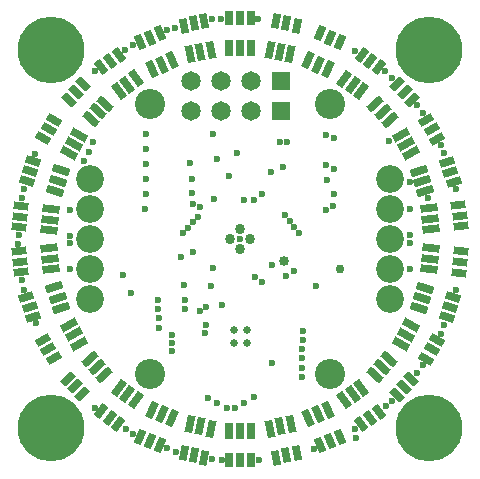
<source format=gbs>
G04*
G04 #@! TF.GenerationSoftware,Altium Limited,Altium Designer,20.0.9 (164)*
G04*
G04 Layer_Color=16711935*
%FSLAX25Y25*%
%MOIN*%
G70*
G01*
G75*
%ADD43R,0.06496X0.06496*%
%ADD44C,0.06496*%
%ADD45C,0.10039*%
%ADD46C,0.09252*%
%ADD47C,0.02362*%
%ADD48C,0.22244*%
%ADD49C,0.02559*%
%ADD50C,0.02953*%
%ADD51C,0.03347*%
G04:AMPARAMS|DCode=95|XSize=49.21mil|YSize=25.59mil|CornerRadius=0mil|HoleSize=0mil|Usage=FLASHONLY|Rotation=198.000|XOffset=0mil|YOffset=0mil|HoleType=Round|Shape=Rectangle|*
%AMROTATEDRECTD95*
4,1,4,0.01945,0.01977,0.02736,-0.00456,-0.01945,-0.01977,-0.02736,0.00456,0.01945,0.01977,0.0*
%
%ADD95ROTATEDRECTD95*%

G04:AMPARAMS|DCode=96|XSize=57.09mil|YSize=25.59mil|CornerRadius=0mil|HoleSize=0mil|Usage=FLASHONLY|Rotation=198.000|XOffset=0mil|YOffset=0mil|HoleType=Round|Shape=Rectangle|*
%AMROTATEDRECTD96*
4,1,4,0.02319,0.02099,0.03110,-0.00335,-0.02319,-0.02099,-0.03110,0.00335,0.02319,0.02099,0.0*
%
%ADD96ROTATEDRECTD96*%

G04:AMPARAMS|DCode=97|XSize=57.09mil|YSize=25.59mil|CornerRadius=0mil|HoleSize=0mil|Usage=FLASHONLY|Rotation=210.000|XOffset=0mil|YOffset=0mil|HoleType=Round|Shape=Rectangle|*
%AMROTATEDRECTD97*
4,1,4,0.01832,0.02535,0.03112,0.00319,-0.01832,-0.02535,-0.03112,-0.00319,0.01832,0.02535,0.0*
%
%ADD97ROTATEDRECTD97*%

G04:AMPARAMS|DCode=98|XSize=49.21mil|YSize=25.59mil|CornerRadius=0mil|HoleSize=0mil|Usage=FLASHONLY|Rotation=210.000|XOffset=0mil|YOffset=0mil|HoleType=Round|Shape=Rectangle|*
%AMROTATEDRECTD98*
4,1,4,0.01491,0.02338,0.02771,0.00122,-0.01491,-0.02338,-0.02771,-0.00122,0.01491,0.02338,0.0*
%
%ADD98ROTATEDRECTD98*%

G04:AMPARAMS|DCode=99|XSize=49.21mil|YSize=25.59mil|CornerRadius=0mil|HoleSize=0mil|Usage=FLASHONLY|Rotation=222.000|XOffset=0mil|YOffset=0mil|HoleType=Round|Shape=Rectangle|*
%AMROTATEDRECTD99*
4,1,4,0.00972,0.02597,0.02685,0.00696,-0.00972,-0.02597,-0.02685,-0.00696,0.00972,0.02597,0.0*
%
%ADD99ROTATEDRECTD99*%

G04:AMPARAMS|DCode=100|XSize=57.09mil|YSize=25.59mil|CornerRadius=0mil|HoleSize=0mil|Usage=FLASHONLY|Rotation=222.000|XOffset=0mil|YOffset=0mil|HoleType=Round|Shape=Rectangle|*
%AMROTATEDRECTD100*
4,1,4,0.01265,0.02861,0.02977,0.00959,-0.01265,-0.02861,-0.02977,-0.00959,0.01265,0.02861,0.0*
%
%ADD100ROTATEDRECTD100*%

G04:AMPARAMS|DCode=101|XSize=57.09mil|YSize=25.59mil|CornerRadius=0mil|HoleSize=0mil|Usage=FLASHONLY|Rotation=234.000|XOffset=0mil|YOffset=0mil|HoleType=Round|Shape=Rectangle|*
%AMROTATEDRECTD101*
4,1,4,0.00643,0.03061,0.02713,0.01557,-0.00643,-0.03061,-0.02713,-0.01557,0.00643,0.03061,0.0*
%
%ADD101ROTATEDRECTD101*%

G04:AMPARAMS|DCode=102|XSize=49.21mil|YSize=25.59mil|CornerRadius=0mil|HoleSize=0mil|Usage=FLASHONLY|Rotation=234.000|XOffset=0mil|YOffset=0mil|HoleType=Round|Shape=Rectangle|*
%AMROTATEDRECTD102*
4,1,4,0.00411,0.02743,0.02482,0.01239,-0.00411,-0.02743,-0.02482,-0.01239,0.00411,0.02743,0.0*
%
%ADD102ROTATEDRECTD102*%

G04:AMPARAMS|DCode=103|XSize=49.21mil|YSize=25.59mil|CornerRadius=0mil|HoleSize=0mil|Usage=FLASHONLY|Rotation=246.000|XOffset=0mil|YOffset=0mil|HoleType=Round|Shape=Rectangle|*
%AMROTATEDRECTD103*
4,1,4,-0.00168,0.02768,0.02170,0.01727,0.00168,-0.02768,-0.02170,-0.01727,-0.00168,0.02768,0.0*
%
%ADD103ROTATEDRECTD103*%

G04:AMPARAMS|DCode=104|XSize=57.09mil|YSize=25.59mil|CornerRadius=0mil|HoleSize=0mil|Usage=FLASHONLY|Rotation=246.000|XOffset=0mil|YOffset=0mil|HoleType=Round|Shape=Rectangle|*
%AMROTATEDRECTD104*
4,1,4,-0.00008,0.03128,0.02330,0.02087,0.00008,-0.03128,-0.02330,-0.02087,-0.00008,0.03128,0.0*
%
%ADD104ROTATEDRECTD104*%

G04:AMPARAMS|DCode=105|XSize=57.09mil|YSize=25.59mil|CornerRadius=0mil|HoleSize=0mil|Usage=FLASHONLY|Rotation=258.000|XOffset=0mil|YOffset=0mil|HoleType=Round|Shape=Rectangle|*
%AMROTATEDRECTD105*
4,1,4,-0.00658,0.03058,0.01845,0.02526,0.00658,-0.03058,-0.01845,-0.02526,-0.00658,0.03058,0.0*
%
%ADD105ROTATEDRECTD105*%

G04:AMPARAMS|DCode=106|XSize=49.21mil|YSize=25.59mil|CornerRadius=0mil|HoleSize=0mil|Usage=FLASHONLY|Rotation=258.000|XOffset=0mil|YOffset=0mil|HoleType=Round|Shape=Rectangle|*
%AMROTATEDRECTD106*
4,1,4,-0.00740,0.02673,0.01763,0.02141,0.00740,-0.02673,-0.01763,-0.02141,-0.00740,0.02673,0.0*
%
%ADD106ROTATEDRECTD106*%

G04:AMPARAMS|DCode=107|XSize=49.21mil|YSize=25.59mil|CornerRadius=0mil|HoleSize=0mil|Usage=FLASHONLY|Rotation=126.000|XOffset=0mil|YOffset=0mil|HoleType=Round|Shape=Rectangle|*
%AMROTATEDRECTD107*
4,1,4,0.02482,-0.01239,0.00411,-0.02743,-0.02482,0.01239,-0.00411,0.02743,0.02482,-0.01239,0.0*
%
%ADD107ROTATEDRECTD107*%

G04:AMPARAMS|DCode=108|XSize=57.09mil|YSize=25.59mil|CornerRadius=0mil|HoleSize=0mil|Usage=FLASHONLY|Rotation=126.000|XOffset=0mil|YOffset=0mil|HoleType=Round|Shape=Rectangle|*
%AMROTATEDRECTD108*
4,1,4,0.02713,-0.01557,0.00643,-0.03061,-0.02713,0.01557,-0.00643,0.03061,0.02713,-0.01557,0.0*
%
%ADD108ROTATEDRECTD108*%

G04:AMPARAMS|DCode=109|XSize=57.09mil|YSize=25.59mil|CornerRadius=0mil|HoleSize=0mil|Usage=FLASHONLY|Rotation=138.000|XOffset=0mil|YOffset=0mil|HoleType=Round|Shape=Rectangle|*
%AMROTATEDRECTD109*
4,1,4,0.02977,-0.00959,0.01265,-0.02861,-0.02977,0.00959,-0.01265,0.02861,0.02977,-0.00959,0.0*
%
%ADD109ROTATEDRECTD109*%

G04:AMPARAMS|DCode=110|XSize=49.21mil|YSize=25.59mil|CornerRadius=0mil|HoleSize=0mil|Usage=FLASHONLY|Rotation=138.000|XOffset=0mil|YOffset=0mil|HoleType=Round|Shape=Rectangle|*
%AMROTATEDRECTD110*
4,1,4,0.02685,-0.00696,0.00972,-0.02597,-0.02685,0.00696,-0.00972,0.02597,0.02685,-0.00696,0.0*
%
%ADD110ROTATEDRECTD110*%

G04:AMPARAMS|DCode=111|XSize=49.21mil|YSize=25.59mil|CornerRadius=0mil|HoleSize=0mil|Usage=FLASHONLY|Rotation=150.000|XOffset=0mil|YOffset=0mil|HoleType=Round|Shape=Rectangle|*
%AMROTATEDRECTD111*
4,1,4,0.02771,-0.00122,0.01491,-0.02338,-0.02771,0.00122,-0.01491,0.02338,0.02771,-0.00122,0.0*
%
%ADD111ROTATEDRECTD111*%

G04:AMPARAMS|DCode=112|XSize=57.09mil|YSize=25.59mil|CornerRadius=0mil|HoleSize=0mil|Usage=FLASHONLY|Rotation=150.000|XOffset=0mil|YOffset=0mil|HoleType=Round|Shape=Rectangle|*
%AMROTATEDRECTD112*
4,1,4,0.03112,-0.00319,0.01832,-0.02535,-0.03112,0.00319,-0.01832,0.02535,0.03112,-0.00319,0.0*
%
%ADD112ROTATEDRECTD112*%

G04:AMPARAMS|DCode=113|XSize=57.09mil|YSize=25.59mil|CornerRadius=0mil|HoleSize=0mil|Usage=FLASHONLY|Rotation=162.000|XOffset=0mil|YOffset=0mil|HoleType=Round|Shape=Rectangle|*
%AMROTATEDRECTD113*
4,1,4,0.03110,0.00335,0.02319,-0.02099,-0.03110,-0.00335,-0.02319,0.02099,0.03110,0.00335,0.0*
%
%ADD113ROTATEDRECTD113*%

G04:AMPARAMS|DCode=114|XSize=49.21mil|YSize=25.59mil|CornerRadius=0mil|HoleSize=0mil|Usage=FLASHONLY|Rotation=162.000|XOffset=0mil|YOffset=0mil|HoleType=Round|Shape=Rectangle|*
%AMROTATEDRECTD114*
4,1,4,0.02736,0.00456,0.01945,-0.01977,-0.02736,-0.00456,-0.01945,0.01977,0.02736,0.00456,0.0*
%
%ADD114ROTATEDRECTD114*%

G04:AMPARAMS|DCode=115|XSize=49.21mil|YSize=25.59mil|CornerRadius=0mil|HoleSize=0mil|Usage=FLASHONLY|Rotation=174.000|XOffset=0mil|YOffset=0mil|HoleType=Round|Shape=Rectangle|*
%AMROTATEDRECTD115*
4,1,4,0.02581,0.01015,0.02313,-0.01530,-0.02581,-0.01015,-0.02313,0.01530,0.02581,0.01015,0.0*
%
%ADD115ROTATEDRECTD115*%

G04:AMPARAMS|DCode=116|XSize=57.09mil|YSize=25.59mil|CornerRadius=0mil|HoleSize=0mil|Usage=FLASHONLY|Rotation=174.000|XOffset=0mil|YOffset=0mil|HoleType=Round|Shape=Rectangle|*
%AMROTATEDRECTD116*
4,1,4,0.02972,0.00974,0.02705,-0.01571,-0.02972,-0.00974,-0.02705,0.01571,0.02972,0.00974,0.0*
%
%ADD116ROTATEDRECTD116*%

G04:AMPARAMS|DCode=117|XSize=57.09mil|YSize=25.59mil|CornerRadius=0mil|HoleSize=0mil|Usage=FLASHONLY|Rotation=186.000|XOffset=0mil|YOffset=0mil|HoleType=Round|Shape=Rectangle|*
%AMROTATEDRECTD117*
4,1,4,0.02705,0.01571,0.02972,-0.00974,-0.02705,-0.01571,-0.02972,0.00974,0.02705,0.01571,0.0*
%
%ADD117ROTATEDRECTD117*%

G04:AMPARAMS|DCode=118|XSize=49.21mil|YSize=25.59mil|CornerRadius=0mil|HoleSize=0mil|Usage=FLASHONLY|Rotation=186.000|XOffset=0mil|YOffset=0mil|HoleType=Round|Shape=Rectangle|*
%AMROTATEDRECTD118*
4,1,4,0.02313,0.01530,0.02581,-0.01015,-0.02313,-0.01530,-0.02581,0.01015,0.02313,0.01530,0.0*
%
%ADD118ROTATEDRECTD118*%

%ADD119R,0.02559X0.05709*%
%ADD120R,0.02559X0.04921*%
G04:AMPARAMS|DCode=121|XSize=49.21mil|YSize=25.59mil|CornerRadius=0mil|HoleSize=0mil|Usage=FLASHONLY|Rotation=102.000|XOffset=0mil|YOffset=0mil|HoleType=Round|Shape=Rectangle|*
%AMROTATEDRECTD121*
4,1,4,0.01763,-0.02141,-0.00740,-0.02673,-0.01763,0.02141,0.00740,0.02673,0.01763,-0.02141,0.0*
%
%ADD121ROTATEDRECTD121*%

G04:AMPARAMS|DCode=122|XSize=57.09mil|YSize=25.59mil|CornerRadius=0mil|HoleSize=0mil|Usage=FLASHONLY|Rotation=102.000|XOffset=0mil|YOffset=0mil|HoleType=Round|Shape=Rectangle|*
%AMROTATEDRECTD122*
4,1,4,0.01845,-0.02526,-0.00658,-0.03058,-0.01845,0.02526,0.00658,0.03058,0.01845,-0.02526,0.0*
%
%ADD122ROTATEDRECTD122*%

G04:AMPARAMS|DCode=123|XSize=57.09mil|YSize=25.59mil|CornerRadius=0mil|HoleSize=0mil|Usage=FLASHONLY|Rotation=114.000|XOffset=0mil|YOffset=0mil|HoleType=Round|Shape=Rectangle|*
%AMROTATEDRECTD123*
4,1,4,0.02330,-0.02087,-0.00008,-0.03128,-0.02330,0.02087,0.00008,0.03128,0.02330,-0.02087,0.0*
%
%ADD123ROTATEDRECTD123*%

G04:AMPARAMS|DCode=124|XSize=49.21mil|YSize=25.59mil|CornerRadius=0mil|HoleSize=0mil|Usage=FLASHONLY|Rotation=114.000|XOffset=0mil|YOffset=0mil|HoleType=Round|Shape=Rectangle|*
%AMROTATEDRECTD124*
4,1,4,0.02170,-0.01727,-0.00168,-0.02768,-0.02170,0.01727,0.00168,0.02768,0.02170,-0.01727,0.0*
%
%ADD124ROTATEDRECTD124*%

%ADD125C,0.03398*%
D43*
X13823Y42779D02*
D03*
X13823Y52819D02*
D03*
D44*
X3823Y42779D02*
D03*
X-6177D02*
D03*
X-16177D02*
D03*
X3823Y52819D02*
D03*
X-6177D02*
D03*
X-16177D02*
D03*
D45*
X30031Y45031D02*
D03*
X-29969D02*
D03*
Y-44969D02*
D03*
X30031D02*
D03*
D46*
X50032Y-19969D02*
D03*
X-49968Y-9968D02*
D03*
Y32D02*
D03*
X50032Y20031D02*
D03*
X-49968D02*
D03*
X50032Y10031D02*
D03*
Y-9968D02*
D03*
X-49968Y10031D02*
D03*
Y-19969D02*
D03*
X50032Y32D02*
D03*
D47*
X49606Y32874D02*
D03*
X-10630Y-52854D02*
D03*
X-7579Y-54528D02*
D03*
X-4429Y-56299D02*
D03*
X56595Y19291D02*
D03*
X62500Y13681D02*
D03*
X24508Y-69784D02*
D03*
X38583Y-66043D02*
D03*
X10433Y22441D02*
D03*
X14469Y24114D02*
D03*
X-7677Y26772D02*
D03*
X-48917Y32480D02*
D03*
X-52165Y26280D02*
D03*
X-50492Y29232D02*
D03*
X-39075Y-11909D02*
D03*
X-22736Y-34547D02*
D03*
Y-31988D02*
D03*
X-22835Y-37205D02*
D03*
X-27461Y-23228D02*
D03*
X-18406Y-20079D02*
D03*
X-18307Y-23228D02*
D03*
X4724Y-52658D02*
D03*
X1445Y-54381D02*
D03*
X-1542Y-56235D02*
D03*
X-38091Y-63189D02*
D03*
X38484Y-63090D02*
D03*
X48524Y-55610D02*
D03*
X72047Y16634D02*
D03*
X68110Y28740D02*
D03*
X6102Y73622D02*
D03*
X-6299Y73524D02*
D03*
X-68307Y28445D02*
D03*
X-72146Y16634D02*
D03*
X-48425Y-56102D02*
D03*
X-21555Y70472D02*
D03*
X-72539Y13780D02*
D03*
X-73819Y1575D02*
D03*
X-35630Y-64764D02*
D03*
X-24508Y-69685D02*
D03*
X50591Y-53740D02*
D03*
X58957Y-44587D02*
D03*
X66831Y31398D02*
D03*
X60827Y42028D02*
D03*
X-9252Y73327D02*
D03*
X67028Y-31496D02*
D03*
X58858Y44685D02*
D03*
X50775Y53724D02*
D03*
X-24311Y69685D02*
D03*
X-35531Y64764D02*
D03*
X-73917Y-1476D02*
D03*
X-72539Y-13583D02*
D03*
X-21457Y-70768D02*
D03*
X-9252Y-73327D02*
D03*
X60827Y-41929D02*
D03*
X6201Y-73622D02*
D03*
X68012Y-28445D02*
D03*
X71949Y-16831D02*
D03*
X48327Y56004D02*
D03*
X38287Y62894D02*
D03*
X-38484Y63090D02*
D03*
X-48228Y56004D02*
D03*
X-72047Y-16831D02*
D03*
X-68110Y-27953D02*
D03*
X-6102Y-73622D02*
D03*
X31299Y33936D02*
D03*
X-9055Y35236D02*
D03*
X-1135Y28937D02*
D03*
X13336Y32385D02*
D03*
X15679Y32413D02*
D03*
X-16634Y25591D02*
D03*
X-36417Y-18012D02*
D03*
X-19783Y-5807D02*
D03*
X-3839Y21063D02*
D03*
X7185Y15059D02*
D03*
X1378Y12992D02*
D03*
X-56595Y-9744D02*
D03*
X56528Y1508D02*
D03*
X0Y0D02*
D03*
X16500Y6016D02*
D03*
X25228Y-15421D02*
D03*
X-18669Y-15323D02*
D03*
X-6071Y-22016D02*
D03*
X7315Y-14043D02*
D03*
X-13354Y10957D02*
D03*
X-27362Y-20079D02*
D03*
X31035Y11252D02*
D03*
X-8728Y13614D02*
D03*
X17846Y-10500D02*
D03*
X-9713Y-15520D02*
D03*
X-26992Y-29519D02*
D03*
Y-26369D02*
D03*
X31260Y15048D02*
D03*
X28672Y9811D02*
D03*
X28644Y34918D02*
D03*
X28613Y24892D02*
D03*
X31232Y23358D02*
D03*
X-16012Y15484D02*
D03*
X15287Y-12173D02*
D03*
X10661Y-8531D02*
D03*
X-13500Y-23881D02*
D03*
X4551Y13213D02*
D03*
X-15815Y11842D02*
D03*
X-15618Y-4299D02*
D03*
X-9122Y-9614D02*
D03*
X5113Y-12567D02*
D03*
X10563Y-41307D02*
D03*
X-11681Y-31169D02*
D03*
X-11484Y-28413D02*
D03*
X29102Y19913D02*
D03*
X20575Y-45798D02*
D03*
X20711Y-42754D02*
D03*
X20779Y-39659D02*
D03*
X-31563Y9972D02*
D03*
X20799Y-36681D02*
D03*
X20898Y-30677D02*
D03*
Y-33630D02*
D03*
X-56594Y9941D02*
D03*
X-56632Y-1242D02*
D03*
X-56595Y1280D02*
D03*
X56528Y10268D02*
D03*
Y-1150D02*
D03*
Y-9910D02*
D03*
X-16000Y20016D02*
D03*
X15000Y8016D02*
D03*
X18000Y4016D02*
D03*
X19500Y2016D02*
D03*
X-11500Y-22484D02*
D03*
X-13844Y7576D02*
D03*
X-15558Y5725D02*
D03*
X-19000Y2016D02*
D03*
X-17276Y3848D02*
D03*
X-31500Y35016D02*
D03*
Y30016D02*
D03*
Y25016D02*
D03*
Y20016D02*
D03*
Y15016D02*
D03*
D48*
X62992Y62992D02*
D03*
X-62992D02*
D03*
Y-62992D02*
D03*
X62992D02*
D03*
D49*
X-2134Y-34614D02*
D03*
Y-30283D02*
D03*
X2197Y-34614D02*
D03*
Y-30283D02*
D03*
D50*
X33299Y-9713D02*
D03*
D51*
X14500Y-7252D02*
D03*
D95*
X68988Y25938D02*
D03*
X70083Y22568D02*
D03*
X71178Y19198D02*
D03*
X-71206Y-19078D02*
D03*
X-70111Y-22448D02*
D03*
X-69016Y-25818D02*
D03*
D96*
X59627Y22897D02*
D03*
X60722Y19527D02*
D03*
X61817Y16157D02*
D03*
X-61845Y-16037D02*
D03*
X-60750Y-19407D02*
D03*
X-59655Y-22776D02*
D03*
D97*
X57107Y28661D02*
D03*
X55336Y31730D02*
D03*
X53564Y34798D02*
D03*
X-53579Y-34740D02*
D03*
X-55351Y-31672D02*
D03*
X-57123Y-28603D02*
D03*
D98*
X65631Y33582D02*
D03*
X63860Y36651D02*
D03*
X62088Y39720D02*
D03*
X-62103Y-39661D02*
D03*
X-63875Y-36593D02*
D03*
X-65647Y-33524D02*
D03*
D99*
X52461Y51778D02*
D03*
X54832Y49145D02*
D03*
X57203Y46512D02*
D03*
X-57274Y-46400D02*
D03*
X-54904Y-49033D02*
D03*
X-52533Y-51666D02*
D03*
D100*
X45147Y45192D02*
D03*
X47517Y42559D02*
D03*
X49888Y39926D02*
D03*
X-49960Y-39814D02*
D03*
X-47589Y-42447D02*
D03*
X-45218Y-45081D02*
D03*
D101*
X40461Y49455D02*
D03*
X37594Y51538D02*
D03*
X34728Y53620D02*
D03*
X-34756Y-53568D02*
D03*
X-37622Y-51486D02*
D03*
X-40489Y-49403D02*
D03*
D102*
X46246Y57418D02*
D03*
X43380Y59500D02*
D03*
X40513Y61583D02*
D03*
X-40541Y-61531D02*
D03*
X-43408Y-59448D02*
D03*
X-46274Y-57366D02*
D03*
D103*
X26798Y68674D02*
D03*
X30035Y67233D02*
D03*
X33272Y65792D02*
D03*
X-33302Y-65746D02*
D03*
X-30065Y-67188D02*
D03*
X-26828Y-68629D02*
D03*
D104*
X22794Y59682D02*
D03*
X26031Y58241D02*
D03*
X29268Y56800D02*
D03*
X-29299Y-56755D02*
D03*
X-26062Y-58196D02*
D03*
X-22825Y-59637D02*
D03*
D105*
X16798Y61650D02*
D03*
X13332Y62386D02*
D03*
X9866Y63123D02*
D03*
X-9816Y-63102D02*
D03*
X-13282Y-62365D02*
D03*
X-16748Y-61629D02*
D03*
D106*
X18844Y71277D02*
D03*
X15379Y72014D02*
D03*
X11913Y72750D02*
D03*
X-11863Y-72730D02*
D03*
X-15329Y-71993D02*
D03*
X-18794Y-71256D02*
D03*
D107*
X46219Y-57406D02*
D03*
X43352Y-59489D02*
D03*
X40485Y-61572D02*
D03*
X-40470Y61615D02*
D03*
X-43336Y59532D02*
D03*
X-46203Y57449D02*
D03*
D108*
X40433Y-49444D02*
D03*
X37567Y-51526D02*
D03*
X34700Y-53609D02*
D03*
X-34685Y53652D02*
D03*
X-37551Y51569D02*
D03*
X-40418Y49486D02*
D03*
D109*
X45080Y-45235D02*
D03*
X47451Y-42602D02*
D03*
X49822Y-39968D02*
D03*
X-49823Y39999D02*
D03*
X-47452Y42632D02*
D03*
X-45081Y45266D02*
D03*
D110*
X52394Y-51821D02*
D03*
X54765Y-49187D02*
D03*
X57136Y-46554D02*
D03*
X-57137Y46585D02*
D03*
X-54766Y49218D02*
D03*
X-52395Y51851D02*
D03*
D111*
X65605Y-33597D02*
D03*
X63833Y-36666D02*
D03*
X62061Y-39735D02*
D03*
X-62035Y39812D02*
D03*
X-63807Y36743D02*
D03*
X-65578Y33675D02*
D03*
D112*
X57081Y-28676D02*
D03*
X55309Y-31745D02*
D03*
X53537Y-34813D02*
D03*
X-53511Y34891D02*
D03*
X-55283Y31822D02*
D03*
X-57055Y28754D02*
D03*
D113*
X59602Y-22943D02*
D03*
X60697Y-19574D02*
D03*
X61792Y-16204D02*
D03*
X-61786Y16254D02*
D03*
X-60691Y19624D02*
D03*
X-59596Y22994D02*
D03*
D114*
X68963Y-25985D02*
D03*
X70057Y-22615D02*
D03*
X71152Y-19245D02*
D03*
X-71146Y19296D02*
D03*
X-70051Y22665D02*
D03*
X-68957Y26035D02*
D03*
D115*
X73606Y-3998D02*
D03*
X73235Y-7522D02*
D03*
X72865Y-11045D02*
D03*
X-72861Y11110D02*
D03*
X-73232Y7586D02*
D03*
X-73602Y4062D02*
D03*
D116*
X63817Y-2969D02*
D03*
X63447Y-6493D02*
D03*
X63076Y-10017D02*
D03*
X-63073Y10081D02*
D03*
X-63443Y6558D02*
D03*
X-63814Y3034D02*
D03*
D117*
X63777Y3377D02*
D03*
X63407Y6901D02*
D03*
X63036Y10425D02*
D03*
X-63085Y-9929D02*
D03*
X-63456Y-6405D02*
D03*
X-63826Y-2881D02*
D03*
D118*
X73566Y4406D02*
D03*
X73195Y7930D02*
D03*
X72825Y11454D02*
D03*
X-72874Y-10958D02*
D03*
X-73244Y-7434D02*
D03*
X-73615Y-3910D02*
D03*
D119*
X-3543Y-63764D02*
D03*
X-0D02*
D03*
X3543D02*
D03*
X-3543Y63795D02*
D03*
X0D02*
D03*
X3543D02*
D03*
D120*
X-3543Y-73606D02*
D03*
X0D02*
D03*
X3543D02*
D03*
X-3543Y73638D02*
D03*
X-0D02*
D03*
X3543D02*
D03*
D121*
X18875Y-71239D02*
D03*
X15409Y-71976D02*
D03*
X11943Y-72712D02*
D03*
X-11874Y72759D02*
D03*
X-15340Y72022D02*
D03*
X-18806Y71285D02*
D03*
D122*
X16829Y-61612D02*
D03*
X13363Y-62348D02*
D03*
X9897Y-63085D02*
D03*
X-9828Y63131D02*
D03*
X-13294Y62394D02*
D03*
X-16760Y61658D02*
D03*
D123*
X22771Y-59662D02*
D03*
X26008Y-58220D02*
D03*
X29244Y-56779D02*
D03*
X-29216Y56823D02*
D03*
X-25979Y58265D02*
D03*
X-22742Y59706D02*
D03*
D124*
X26774Y-68653D02*
D03*
X30011Y-67212D02*
D03*
X33248Y-65771D02*
D03*
X-33219Y65815D02*
D03*
X-29982Y67256D02*
D03*
X-26745Y68697D02*
D03*
D125*
X32Y3372D02*
D03*
X3372Y32D02*
D03*
X-3309D02*
D03*
X32Y-3309D02*
D03*
M02*

</source>
